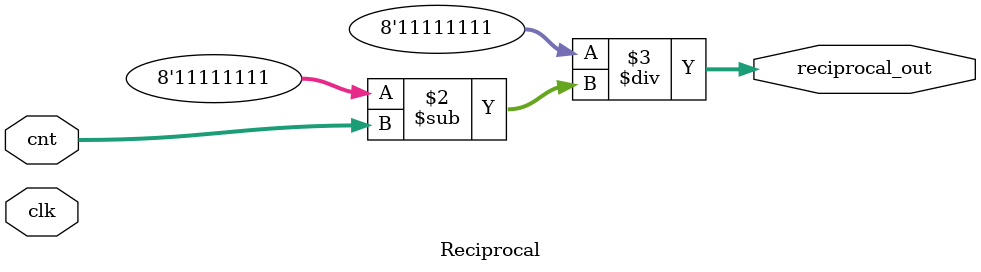
<source format=v>
module Reciprocal(
    clk,
    cnt,
    reciprocal_out
);
input clk;
input [7:0] cnt;
output reg [7:0] reciprocal_out;

always @(cnt) begin
   reciprocal_out=8'd255/(8'd255-cnt);
end

endmodule

</source>
